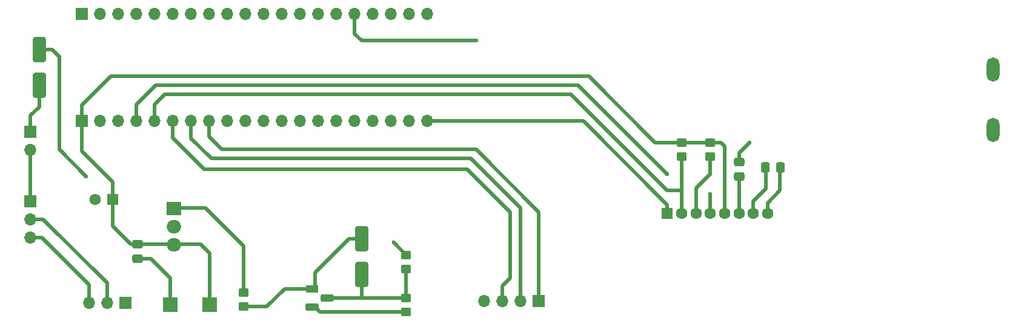
<source format=gbr>
%TF.GenerationSoftware,KiCad,Pcbnew,8.0.7-8.0.7-0~ubuntu24.04.1*%
%TF.CreationDate,2024-12-31T11:00:58+02:00*%
%TF.ProjectId,LRL5,4c524c35-2e6b-4696-9361-645f70636258,rev?*%
%TF.SameCoordinates,Original*%
%TF.FileFunction,Copper,L1,Top*%
%TF.FilePolarity,Positive*%
%FSLAX46Y46*%
G04 Gerber Fmt 4.6, Leading zero omitted, Abs format (unit mm)*
G04 Created by KiCad (PCBNEW 8.0.7-8.0.7-0~ubuntu24.04.1) date 2024-12-31 11:00:58*
%MOMM*%
%LPD*%
G01*
G04 APERTURE LIST*
G04 Aperture macros list*
%AMRoundRect*
0 Rectangle with rounded corners*
0 $1 Rounding radius*
0 $2 $3 $4 $5 $6 $7 $8 $9 X,Y pos of 4 corners*
0 Add a 4 corners polygon primitive as box body*
4,1,4,$2,$3,$4,$5,$6,$7,$8,$9,$2,$3,0*
0 Add four circle primitives for the rounded corners*
1,1,$1+$1,$2,$3*
1,1,$1+$1,$4,$5*
1,1,$1+$1,$6,$7*
1,1,$1+$1,$8,$9*
0 Add four rect primitives between the rounded corners*
20,1,$1+$1,$2,$3,$4,$5,0*
20,1,$1+$1,$4,$5,$6,$7,0*
20,1,$1+$1,$6,$7,$8,$9,0*
20,1,$1+$1,$8,$9,$2,$3,0*%
G04 Aperture macros list end*
%TA.AperFunction,SMDPad,CuDef*%
%ADD10RoundRect,0.250000X-0.650000X1.500000X-0.650000X-1.500000X0.650000X-1.500000X0.650000X1.500000X0*%
%TD*%
%TA.AperFunction,SMDPad,CuDef*%
%ADD11RoundRect,0.250000X-0.450000X0.350000X-0.450000X-0.350000X0.450000X-0.350000X0.450000X0.350000X0*%
%TD*%
%TA.AperFunction,ComponentPad*%
%ADD12R,1.700000X1.700000*%
%TD*%
%TA.AperFunction,ComponentPad*%
%ADD13O,1.700000X1.700000*%
%TD*%
%TA.AperFunction,SMDPad,CuDef*%
%ADD14RoundRect,0.250000X-0.475000X0.337500X-0.475000X-0.337500X0.475000X-0.337500X0.475000X0.337500X0*%
%TD*%
%TA.AperFunction,ComponentPad*%
%ADD15R,2.000000X2.000000*%
%TD*%
%TA.AperFunction,ComponentPad*%
%ADD16R,2.000000X1.905000*%
%TD*%
%TA.AperFunction,ComponentPad*%
%ADD17O,2.000000X1.905000*%
%TD*%
%TA.AperFunction,ComponentPad*%
%ADD18R,1.600000X1.600000*%
%TD*%
%TA.AperFunction,ComponentPad*%
%ADD19C,1.600000*%
%TD*%
%TA.AperFunction,SMDPad,CuDef*%
%ADD20RoundRect,0.250000X-0.337500X-0.475000X0.337500X-0.475000X0.337500X0.475000X-0.337500X0.475000X0*%
%TD*%
%TA.AperFunction,SMDPad,CuDef*%
%ADD21RoundRect,0.250000X0.450000X-0.350000X0.450000X0.350000X-0.450000X0.350000X-0.450000X-0.350000X0*%
%TD*%
%TA.AperFunction,ComponentPad*%
%ADD22R,1.800000X1.100000*%
%TD*%
%TA.AperFunction,ComponentPad*%
%ADD23RoundRect,0.275000X-0.625000X0.275000X-0.625000X-0.275000X0.625000X-0.275000X0.625000X0.275000X0*%
%TD*%
%TA.AperFunction,ComponentPad*%
%ADD24O,1.800000X3.400000*%
%TD*%
%TA.AperFunction,ViaPad*%
%ADD25C,0.600000*%
%TD*%
%TA.AperFunction,Conductor*%
%ADD26C,0.500000*%
%TD*%
G04 APERTURE END LIST*
D10*
%TO.P,D1,1,K*%
%TO.N,+BATT*%
X131250000Y-41000000D03*
%TO.P,D1,2,A*%
%TO.N,Net-(D1-A)*%
X131250000Y-46000000D03*
%TD*%
%TO.P,D2,1,K*%
%TO.N,Net-(D2-K)*%
X176250000Y-67500000D03*
%TO.P,D2,2,A*%
%TO.N,Net-(D2-A)*%
X176250000Y-72500000D03*
%TD*%
D11*
%TO.P,R6,1*%
%TO.N,+3.3V*%
X221000000Y-54000000D03*
%TO.P,R6,2*%
%TO.N,I2C1_SCL*%
X221000000Y-56000000D03*
%TD*%
D12*
%TO.P,J1,1,Pin_1*%
%TO.N,Net-(J1-Pin_1)*%
X130000000Y-62250000D03*
D13*
%TO.P,J1,2,Pin_2*%
%TO.N,BATT{slash}2*%
X130000000Y-64790000D03*
%TO.P,J1,3,Pin_3*%
%TO.N,GND*%
X130000000Y-67330000D03*
%TD*%
D12*
%TO.P,J5,1,Pin_1*%
%TO.N,Net-(D2-K)*%
X143250000Y-76500000D03*
D13*
%TO.P,J5,2,Pin_2*%
%TO.N,BATT{slash}2*%
X140710000Y-76500000D03*
%TO.P,J5,3,Pin_3*%
%TO.N,GND*%
X138170000Y-76500000D03*
%TD*%
D14*
%TO.P,C3,1*%
%TO.N,+3.3V*%
X145000000Y-68212500D03*
%TO.P,C3,2*%
%TO.N,GND*%
X145000000Y-70287500D03*
%TD*%
D11*
%TO.P,R3,1*%
%TO.N,FOUT*%
X182500000Y-69750000D03*
%TO.P,R3,2*%
%TO.N,Net-(D2-A)*%
X182500000Y-71750000D03*
%TD*%
D15*
%TO.P,TP1,1,1*%
%TO.N,+3.3V*%
X155000000Y-76750000D03*
%TD*%
D16*
%TO.P,U1,1,IN*%
%TO.N,+BATT*%
X150000000Y-63250000D03*
D17*
%TO.P,U1,2,GND*%
%TO.N,GND*%
X150000000Y-65790000D03*
%TO.P,U1,3,OUT*%
%TO.N,+3.3V*%
X150000000Y-68330000D03*
%TD*%
D12*
%TO.P,J3,1,Pin_1*%
%TO.N,+3.3V*%
X137185000Y-51000000D03*
D13*
%TO.P,J3,2,Pin_2*%
%TO.N,GND*%
X139725000Y-51000000D03*
%TO.P,J3,3,Pin_3*%
%TO.N,unconnected-(J3-Pin_3-Pad3)*%
X142265000Y-51000000D03*
%TO.P,J3,4,Pin_4*%
%TO.N,I2C1_SDA*%
X144805000Y-51000000D03*
%TO.P,J3,5,Pin_5*%
%TO.N,I2C1_SCL*%
X147345000Y-51000000D03*
%TO.P,J3,6,Pin_6*%
%TO.N,MODE_SW1*%
X149885000Y-51000000D03*
%TO.P,J3,7,Pin_7*%
%TO.N,MODE_B*%
X152425000Y-51000000D03*
%TO.P,J3,8,Pin_8*%
%TO.N,MODE_A*%
X154965000Y-51000000D03*
%TO.P,J3,9,Pin_9*%
%TO.N,unconnected-(J3-Pin_9-Pad9)*%
X157505000Y-51000000D03*
%TO.P,J3,10,Pin_10*%
%TO.N,unconnected-(J3-Pin_10-Pad10)*%
X160045000Y-51000000D03*
%TO.P,J3,11,Pin_11*%
%TO.N,unconnected-(J3-Pin_11-Pad11)*%
X162585000Y-51000000D03*
%TO.P,J3,12,Pin_12*%
%TO.N,unconnected-(J3-Pin_12-Pad12)*%
X165125000Y-51000000D03*
%TO.P,J3,13,Pin_13*%
%TO.N,unconnected-(J3-Pin_13-Pad13)*%
X167665000Y-51000000D03*
%TO.P,J3,14,Pin_14*%
%TO.N,unconnected-(J3-Pin_14-Pad14)*%
X170205000Y-51000000D03*
%TO.P,J3,15,Pin_15*%
%TO.N,unconnected-(J3-Pin_15-Pad15)*%
X172745000Y-51000000D03*
%TO.P,J3,16,Pin_16*%
%TO.N,FIN*%
X175285000Y-51000000D03*
%TO.P,J3,17,Pin_17*%
%TO.N,unconnected-(J3-Pin_17-Pad17)*%
X177825000Y-51000000D03*
%TO.P,J3,18,Pin_18*%
%TO.N,unconnected-(J3-Pin_18-Pad18)*%
X180365000Y-51000000D03*
%TO.P,J3,19,Pin_19*%
%TO.N,unconnected-(J3-Pin_19-Pad19)*%
X182905000Y-51000000D03*
%TO.P,J3,20,Pin_20*%
%TO.N,LCD_RESET*%
X185445000Y-51000000D03*
%TD*%
D12*
%TO.P,J4,1,Pin_1*%
%TO.N,unconnected-(J4-Pin_1-Pad1)*%
X137185000Y-36000000D03*
D13*
%TO.P,J4,2,Pin_2*%
%TO.N,unconnected-(J4-Pin_2-Pad2)*%
X139725000Y-36000000D03*
%TO.P,J4,3,Pin_3*%
%TO.N,unconnected-(J4-Pin_3-Pad3)*%
X142265000Y-36000000D03*
%TO.P,J4,4,Pin_4*%
%TO.N,unconnected-(J4-Pin_4-Pad4)*%
X144805000Y-36000000D03*
%TO.P,J4,5,Pin_5*%
%TO.N,VBAT*%
X147345000Y-36000000D03*
%TO.P,J4,6,Pin_6*%
%TO.N,unconnected-(J4-Pin_6-Pad6)*%
X149885000Y-36000000D03*
%TO.P,J4,7,Pin_7*%
%TO.N,unconnected-(J4-Pin_7-Pad7)*%
X152425000Y-36000000D03*
%TO.P,J4,8,Pin_8*%
%TO.N,unconnected-(J4-Pin_8-Pad8)*%
X154965000Y-36000000D03*
%TO.P,J4,9,Pin_9*%
%TO.N,unconnected-(J4-Pin_9-Pad9)*%
X157505000Y-36000000D03*
%TO.P,J4,10,Pin_10*%
%TO.N,unconnected-(J4-Pin_10-Pad10)*%
X160045000Y-36000000D03*
%TO.P,J4,11,Pin_11*%
%TO.N,unconnected-(J4-Pin_11-Pad11)*%
X162585000Y-36000000D03*
%TO.P,J4,12,Pin_12*%
%TO.N,unconnected-(J4-Pin_12-Pad12)*%
X165125000Y-36000000D03*
%TO.P,J4,13,Pin_13*%
%TO.N,unconnected-(J4-Pin_13-Pad13)*%
X167665000Y-36000000D03*
%TO.P,J4,14,Pin_14*%
%TO.N,unconnected-(J4-Pin_14-Pad14)*%
X170205000Y-36000000D03*
%TO.P,J4,15,Pin_15*%
%TO.N,unconnected-(J4-Pin_15-Pad15)*%
X172745000Y-36000000D03*
%TO.P,J4,16,Pin_16*%
%TO.N,FOUT*%
X175285000Y-36000000D03*
%TO.P,J4,17,Pin_17*%
%TO.N,unconnected-(J4-Pin_17-Pad17)*%
X177825000Y-36000000D03*
%TO.P,J4,18,Pin_18*%
%TO.N,unconnected-(J4-Pin_18-Pad18)*%
X180365000Y-36000000D03*
%TO.P,J4,19,Pin_19*%
%TO.N,unconnected-(J4-Pin_19-Pad19)*%
X182905000Y-36000000D03*
%TO.P,J4,20,Pin_20*%
%TO.N,unconnected-(J4-Pin_20-Pad20)*%
X185445000Y-36000000D03*
%TD*%
D18*
%TO.P,C2,1*%
%TO.N,+3.3V*%
X141500000Y-62000000D03*
D19*
%TO.P,C2,2*%
%TO.N,GND*%
X139000000Y-62000000D03*
%TD*%
D20*
%TO.P,C4,1*%
%TO.N,Net-(U2-C1+)*%
X232712500Y-57500000D03*
%TO.P,C4,2*%
%TO.N,Net-(U2-C1-)*%
X234787500Y-57500000D03*
%TD*%
D12*
%TO.P,J2,1,Pin_1*%
%TO.N,Net-(D1-A)*%
X130000000Y-52500000D03*
D13*
%TO.P,J2,2,Pin_2*%
%TO.N,Net-(J1-Pin_1)*%
X130000000Y-55040000D03*
%TD*%
D21*
%TO.P,R4,1*%
%TO.N,GND*%
X182500000Y-77750000D03*
%TO.P,R4,2*%
%TO.N,Net-(D2-A)*%
X182500000Y-75750000D03*
%TD*%
D15*
%TO.P,TP2,1,1*%
%TO.N,GND*%
X149500000Y-76750000D03*
%TD*%
D14*
%TO.P,C5,1*%
%TO.N,GND*%
X229000000Y-56712500D03*
%TO.P,C5,2*%
%TO.N,Net-(U2-VOUT)*%
X229000000Y-58787500D03*
%TD*%
D22*
%TO.P,Q1,1,C*%
%TO.N,Net-(D2-K)*%
X169350000Y-74480000D03*
D23*
%TO.P,Q1,2,B*%
%TO.N,Net-(D2-A)*%
X171420000Y-75750000D03*
%TO.P,Q1,3,E*%
%TO.N,GND*%
X169350000Y-77020000D03*
%TD*%
D12*
%TO.P,J6,1,Pin_1*%
%TO.N,MODE_A*%
X201000000Y-76250000D03*
D13*
%TO.P,J6,2,Pin_2*%
%TO.N,MODE_B*%
X198460000Y-76250000D03*
%TO.P,J6,3,Pin_3*%
%TO.N,MODE_SW1*%
X195920000Y-76250000D03*
%TO.P,J6,4,Pin_4*%
%TO.N,GND*%
X193380000Y-76250000D03*
%TD*%
D11*
%TO.P,R5,1*%
%TO.N,+BATT*%
X159750000Y-75000000D03*
%TO.P,R5,2*%
%TO.N,Net-(D2-K)*%
X159750000Y-77000000D03*
%TD*%
%TO.P,R7,1*%
%TO.N,+3.3V*%
X225000000Y-54000000D03*
%TO.P,R7,2*%
%TO.N,I2C1_SDA*%
X225000000Y-56000000D03*
%TD*%
D18*
%TO.P,U2,1,~{RST}*%
%TO.N,LCD_RESET*%
X219000000Y-63900000D03*
D19*
%TO.P,U2,2,SCL*%
%TO.N,I2C1_SCL*%
X221000000Y-63900000D03*
%TO.P,U2,3,SDA*%
%TO.N,I2C1_SDA*%
X223000000Y-63900000D03*
%TO.P,U2,4,VSS*%
%TO.N,GND*%
X225000000Y-63900000D03*
%TO.P,U2,5,VDD*%
%TO.N,+3.3V*%
X227000000Y-63900000D03*
%TO.P,U2,6,VOUT*%
%TO.N,Net-(U2-VOUT)*%
X229000000Y-63900000D03*
%TO.P,U2,7,C1+*%
%TO.N,Net-(U2-C1+)*%
X231000000Y-63900000D03*
%TO.P,U2,8,C1-*%
%TO.N,Net-(U2-C1-)*%
X233000000Y-63900000D03*
D24*
%TO.P,U2,9,A*%
%TO.N,GND*%
X264550000Y-52250000D03*
%TO.P,U2,10,K*%
X264550000Y-43750000D03*
%TD*%
D25*
%TO.N,+BATT*%
X134000000Y-42000000D03*
X137750000Y-58750000D03*
%TO.N,GND*%
X230500000Y-54000000D03*
X225000000Y-61200000D03*
%TO.N,Net-(D2-K)*%
X169750000Y-72500000D03*
%TO.N,I2C1_SDA*%
X218950000Y-58450000D03*
X225000000Y-58400000D03*
%TO.N,FOUT*%
X180750000Y-68000000D03*
X192250000Y-39750000D03*
%TD*%
D26*
%TO.N,+BATT*%
X137750000Y-58750000D02*
X134000000Y-55000000D01*
X150000000Y-63250000D02*
X150080000Y-63170000D01*
X159750000Y-68500000D02*
X159750000Y-75000000D01*
X150080000Y-63170000D02*
X154420000Y-63170000D01*
X134000000Y-55000000D02*
X134000000Y-42000000D01*
X154420000Y-63170000D02*
X159750000Y-68500000D01*
X134000000Y-42000000D02*
X133000000Y-41000000D01*
X133000000Y-41000000D02*
X131250000Y-41000000D01*
%TO.N,GND*%
X130000000Y-67330000D02*
X131580000Y-67330000D01*
X170480000Y-77750000D02*
X169750000Y-77020000D01*
X182500000Y-77750000D02*
X170480000Y-77750000D01*
X146787500Y-70287500D02*
X149500000Y-73000000D01*
X230500000Y-54000000D02*
X229000000Y-55500000D01*
X131580000Y-67330000D02*
X138170000Y-73920000D01*
X149500000Y-73000000D02*
X149500000Y-76750000D01*
X145000000Y-70287500D02*
X146787500Y-70287500D01*
X138170000Y-73920000D02*
X138170000Y-76500000D01*
X229000000Y-55500000D02*
X229000000Y-56712500D01*
X225000000Y-63900000D02*
X225000000Y-61200000D01*
%TO.N,+3.3V*%
X150000000Y-68330000D02*
X150080000Y-68250000D01*
X145000000Y-68212500D02*
X149882500Y-68212500D01*
X155000000Y-69500000D02*
X155000000Y-76750000D01*
X221000000Y-54000000D02*
X225000000Y-54000000D01*
X217250000Y-54000000D02*
X221000000Y-54000000D01*
X137185000Y-55185000D02*
X141500000Y-59500000D01*
X137185000Y-48815000D02*
X141250000Y-44750000D01*
X149882500Y-68212500D02*
X150000000Y-68330000D01*
X208000000Y-44750000D02*
X217250000Y-54000000D01*
X145000000Y-68212500D02*
X144000000Y-68212500D01*
X227000000Y-63900000D02*
X227000000Y-54500000D01*
X153750000Y-68250000D02*
X155000000Y-69500000D01*
X144000000Y-68212500D02*
X141500000Y-65712500D01*
X225000000Y-54000000D02*
X226500000Y-54000000D01*
X227000000Y-54500000D02*
X226500000Y-54000000D01*
X137185000Y-51000000D02*
X137185000Y-55185000D01*
X137185000Y-51000000D02*
X137185000Y-48815000D01*
X141500000Y-59500000D02*
X141500000Y-62000000D01*
X141500000Y-65712500D02*
X141500000Y-62000000D01*
X150080000Y-68250000D02*
X153750000Y-68250000D01*
X141250000Y-44750000D02*
X208000000Y-44750000D01*
%TO.N,Net-(U2-C1-)*%
X234750000Y-57537500D02*
X234750000Y-60750000D01*
X234750000Y-60750000D02*
X233000000Y-62500000D01*
X233000000Y-62500000D02*
X233000000Y-63900000D01*
%TO.N,Net-(U2-C1+)*%
X231000000Y-63900000D02*
X231000000Y-62250000D01*
X232750000Y-60500000D02*
X232750000Y-57537500D01*
X231000000Y-62250000D02*
X232750000Y-60500000D01*
%TO.N,Net-(U2-VOUT)*%
X229000000Y-58787500D02*
X229000000Y-63900000D01*
%TO.N,Net-(D1-A)*%
X130000000Y-50250000D02*
X131250000Y-49000000D01*
X130000000Y-52500000D02*
X130000000Y-50250000D01*
X131250000Y-49000000D02*
X131250000Y-46000000D01*
%TO.N,Net-(D2-K)*%
X169750000Y-72250000D02*
X174500000Y-67500000D01*
X165520000Y-74480000D02*
X163000000Y-77000000D01*
X169750000Y-74480000D02*
X169750000Y-72500000D01*
X163000000Y-77000000D02*
X159750000Y-77000000D01*
X174500000Y-67500000D02*
X176250000Y-67500000D01*
X169750000Y-72500000D02*
X169750000Y-72250000D01*
X169750000Y-74480000D02*
X165520000Y-74480000D01*
%TO.N,Net-(D2-A)*%
X176250000Y-75750000D02*
X182500000Y-75750000D01*
X182500000Y-75750000D02*
X182500000Y-71750000D01*
X171020000Y-75750000D02*
X176250000Y-75750000D01*
X176250000Y-72500000D02*
X176250000Y-75750000D01*
%TO.N,Net-(J1-Pin_1)*%
X130000000Y-55040000D02*
X130000000Y-62250000D01*
%TO.N,BATT{slash}2*%
X130000000Y-64790000D02*
X131790000Y-64790000D01*
X140710000Y-73710000D02*
X140710000Y-76500000D01*
X131790000Y-64790000D02*
X140710000Y-73710000D01*
%TO.N,I2C1_SDA*%
X147500000Y-46000000D02*
X144805000Y-48695000D01*
X225000000Y-58400000D02*
X223000000Y-60400000D01*
X218950000Y-58450000D02*
X206500000Y-46000000D01*
X223000000Y-60400000D02*
X223000000Y-63900000D01*
X144805000Y-48695000D02*
X144805000Y-51000000D01*
X225000000Y-58400000D02*
X225000000Y-56000000D01*
X206500000Y-46000000D02*
X147500000Y-46000000D01*
%TO.N,FOUT*%
X192250000Y-39750000D02*
X176250000Y-39750000D01*
X180750000Y-68000000D02*
X182500000Y-69750000D01*
X175285000Y-38785000D02*
X175285000Y-36000000D01*
X176250000Y-39750000D02*
X175285000Y-38785000D01*
%TO.N,I2C1_SCL*%
X205500000Y-47250000D02*
X219000000Y-60750000D01*
X221000000Y-63900000D02*
X221000000Y-56000000D01*
X147345000Y-48655000D02*
X148750000Y-47250000D01*
X219000000Y-60750000D02*
X221000000Y-60750000D01*
X148750000Y-47250000D02*
X205500000Y-47250000D01*
X147345000Y-51000000D02*
X147345000Y-48655000D01*
%TO.N,MODE_A*%
X154965000Y-53215000D02*
X156750000Y-55000000D01*
X201000000Y-63750000D02*
X201000000Y-76250000D01*
X154965000Y-51000000D02*
X154965000Y-53215000D01*
X192250000Y-55000000D02*
X201000000Y-63750000D01*
X156750000Y-55000000D02*
X192250000Y-55000000D01*
%TO.N,LCD_RESET*%
X219000000Y-63900000D02*
X219000000Y-62750000D01*
X207250000Y-51000000D02*
X185445000Y-51000000D01*
X219000000Y-62750000D02*
X207250000Y-51000000D01*
%TO.N,MODE_B*%
X152425000Y-51000000D02*
X152425000Y-53425000D01*
X198460000Y-63210000D02*
X198460000Y-76250000D01*
X152425000Y-53425000D02*
X155250000Y-56250000D01*
X155250000Y-56250000D02*
X191500000Y-56250000D01*
X191500000Y-56250000D02*
X198460000Y-63210000D01*
%TO.N,MODE_SW1*%
X191000000Y-57750000D02*
X197000000Y-63750000D01*
X149885000Y-53385000D02*
X154250000Y-57750000D01*
X195920000Y-74080000D02*
X195920000Y-76250000D01*
X197000000Y-63750000D02*
X197000000Y-73000000D01*
X197000000Y-73000000D02*
X195920000Y-74080000D01*
X154250000Y-57750000D02*
X191000000Y-57750000D01*
X149885000Y-51000000D02*
X149885000Y-53385000D01*
%TD*%
M02*

</source>
